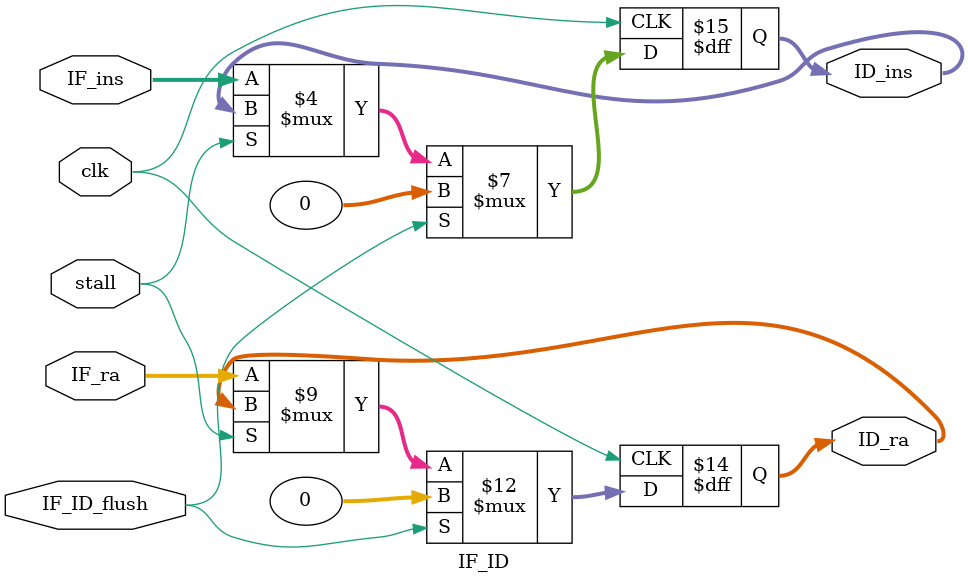
<source format=v>
`timescale 1ns / 1ps

module IF_ID (
    input               clk,
                        stall,
                        IF_ID_flush,
    input       [31:0]  IF_ra,
                        IF_ins,
    output reg  [31:0]  ID_ra,
                        ID_ins
);

    initial begin
        ID_ra = 32'b0;
        ID_ins = 32'b0;
    end

    always @ (posedge clk) begin
        if (IF_ID_flush) begin
            ID_ra <= 32'b0;
            ID_ins <= 32'b0;
        end else if (!stall) begin
            ID_ra <= IF_ra;
            ID_ins <= IF_ins;
        end
    end

endmodule // IF_ID

</source>
